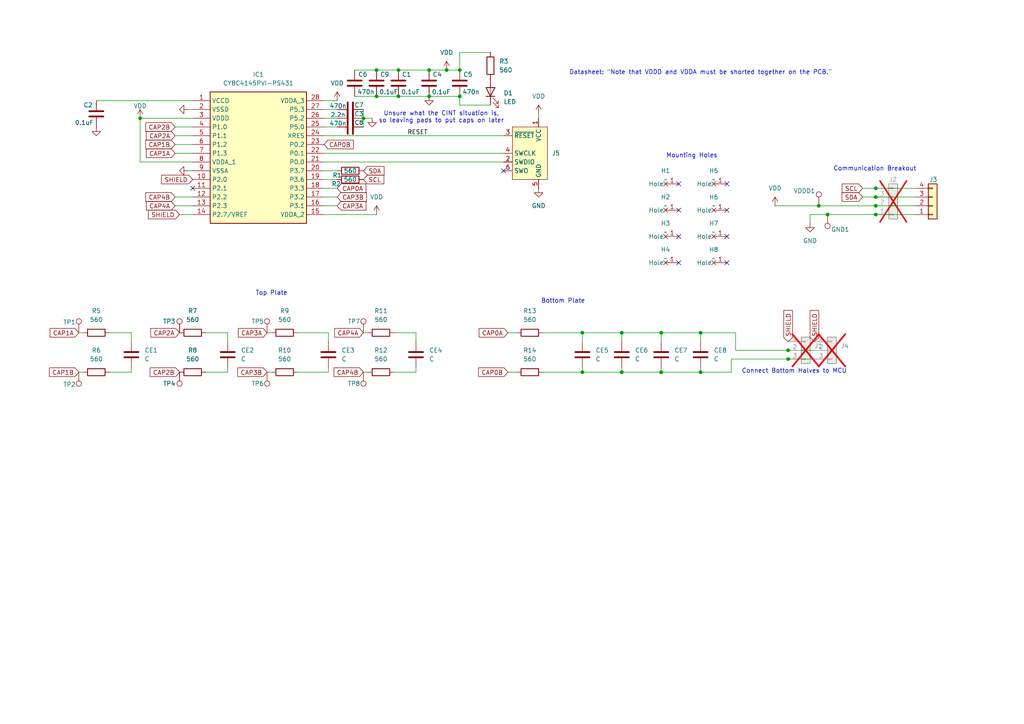
<source format=kicad_sch>
(kicad_sch (version 20250114) (generator "eeschema") (generator_version "9.0")
  (paper "A4")
  (lib_symbols
    (symbol "CY8C4145PVI-PS431:CY8C4145PVI-PS431"
      (property "Reference" "IC" (at 34.29 7.62 0))
      (property "Value" "CY8C4145PVI-PS431" (at 34.29 5.08 0))
      (symbol "CY8C4145PVI-PS431_1_1"
        (rectangle (start 5.08 2.54) (end 33.02 -35.56) (stroke (width 0.254)) (fill (type background)))
        (pin passive line (at 0 0 0) (length 5.08) (name "VCCD") (number "1"))
        (pin passive line (at 0 -2.54 0) (length 5.08) (name "VSSD") (number "2"))
        (pin passive line (at 0 -5.08 0) (length 5.08) (name "VDDD") (number "3"))
        (pin passive line (at 0 -7.62 0) (length 5.08) (name "P1.0") (number "4"))
        (pin passive line (at 0 -10.16 0) (length 5.08) (name "P1.1") (number "5"))
        (pin passive line (at 0 -12.7 0) (length 5.08) (name "P1.2") (number "6"))
        (pin passive line (at 0 -15.24 0) (length 5.08) (name "P1.3") (number "7"))
        (pin passive line (at 0 -17.78 0) (length 5.08) (name "VDDA_1") (number "8"))
        (pin passive line (at 0 -20.32 0) (length 5.08) (name "VSSA") (number "9"))
        (pin passive line (at 0 -22.86 0) (length 5.08) (name "P2.0") (number "10"))
        (pin passive line (at 0 -25.4 0) (length 5.08) (name "P2.1") (number "11"))
        (pin passive line (at 0 -27.94 0) (length 5.08) (name "P2.2") (number "12"))
        (pin passive line (at 0 -30.48 0) (length 5.08) (name "P2.3") (number "13"))
        (pin passive line (at 0 -33.02 0) (length 5.08) (name "P2.7/VREF") (number "14"))
        (pin passive line (at 38.1 0 180) (length 5.08) (name "VDDA_3") (number "28"))
        (pin passive line (at 38.1 -2.54 180) (length 5.08) (name "P5.3") (number "27"))
        (pin passive line (at 38.1 -5.08 180) (length 5.08) (name "P5.2") (number "26"))
        (pin passive line (at 38.1 -7.62 180) (length 5.08) (name "P5.0") (number "25"))
        (pin passive line (at 38.1 -10.16 180) (length 5.08) (name "XRES") (number "24"))
        (pin passive line (at 38.1 -12.7 180) (length 5.08) (name "P0.2") (number "23"))
        (pin passive line (at 38.1 -15.24 180) (length 5.08) (name "P0.1") (number "22"))
        (pin passive line (at 38.1 -17.78 180) (length 5.08) (name "P0.0") (number "21"))
        (pin passive line (at 38.1 -20.32 180) (length 5.08) (name "P3.7") (number "20"))
        (pin passive line (at 38.1 -22.86 180) (length 5.08) (name "P3.6") (number "19"))
        (pin passive line (at 38.1 -25.4 180) (length 5.08) (name "P3.3") (number "18"))
        (pin passive line (at 38.1 -27.94 180) (length 5.08) (name "P3.2") (number "17"))
        (pin passive line (at 38.1 -30.48 180) (length 5.08) (name "P3.1") (number "16"))
        (pin passive line (at 38.1 -33.02 180) (length 5.08) (name "VDDA_2") (number "15"))
      )
    )
    (symbol "Connector:Conn_ARM_SWD_TagConnect_TC2030-NL" (in_bom no)
      (property "Reference" "J" (at 2.54 11.43 0))
      (property "Value" "Conn_ARM_SWD_TagConnect_TC2030-NL" (at 2.54 8.89 0))
      (symbol "Conn_ARM_SWD_TagConnect_TC2030-NL_0_0"
        (pin power_in line (at -2.54 10.16 270) (length 2.54) (name "VCC") (number "1"))
        (pin power_in line (at -2.54 -10.16 90) (length 2.54) (name "GND") (number "5"))
        (pin open_collector line (at 7.62 5.08 180) (length 2.54) (name "~{RESET}") (number "3"))
        (pin output line (at 7.62 0 180) (length 2.54) (name "SWCLK") (number "4"))
        (pin bidirectional line (at 7.62 -2.54 180) (length 2.54) (name "SWDIO") (number "2"))
        (pin input line (at 7.62 -5.08 180) (length 2.54) (name "SWO") (number "6"))
      )
      (symbol "Conn_ARM_SWD_TagConnect_TC2030-NL_0_1"
        (rectangle (start -5.08 7.62) (end 5.08 -7.62) (fill (type background)))
      )
    )
    (symbol "Connector:TestPoint" (pin_numbers (hide yes)) (pin_names (offset 0.762) (hide yes))
      (property "Reference" "TP" (at 0 6.858 0))
      (property "Value" "TestPoint" (at 0 5.08 0))
      (symbol "TestPoint_0_1"
        (circle (center 0 3.302) (radius 0.762))
      )
      (symbol "TestPoint_1_1"
        (pin passive line (at 0 0 90) (length 2.54) (name "1") (number "1"))
      )
    )
    (symbol "Connector_Generic:Conn_01x03" (pin_names (offset 1.016) (hide yes))
      (property "Reference" "J" (at 0 5.08 0))
      (property "Value" "Conn_01x03" (at 0 -5.08 0))
      (symbol "Conn_01x03_1_1"
        (rectangle (start -1.27 3.81) (end 1.27 -3.81) (stroke (width 0.254)) (fill (type background)))
        (rectangle (start -1.27 2.667) (end 0 2.413) (stroke (width 0.1524)))
        (rectangle (start -1.27 0.127) (end 0 -0.127) (stroke (width 0.1524)))
        (rectangle (start -1.27 -2.413) (end 0 -2.667) (stroke (width 0.1524)))
        (pin passive line (at -5.08 2.54 0) (length 3.81) (name "Pin_1") (number "1"))
        (pin passive line (at -5.08 0 0) (length 3.81) (name "Pin_2") (number "2"))
        (pin passive line (at -5.08 -2.54 0) (length 3.81) (name "Pin_3") (number "3"))
      )
    )
    (symbol "Connector_Generic:Conn_01x04" (pin_names (offset 1.016) (hide yes))
      (property "Reference" "J" (at 0 5.08 0))
      (property "Value" "Conn_01x04" (at 0 -7.62 0))
      (symbol "Conn_01x04_1_1"
        (rectangle (start -1.27 3.81) (end 1.27 -6.35) (stroke (width 0.254)) (fill (type background)))
        (rectangle (start -1.27 2.667) (end 0 2.413) (stroke (width 0.1524)))
        (rectangle (start -1.27 0.127) (end 0 -0.127) (stroke (width 0.1524)))
        (rectangle (start -1.27 -2.413) (end 0 -2.667) (stroke (width 0.1524)))
        (rectangle (start -1.27 -4.953) (end 0 -5.207) (stroke (width 0.1524)))
        (pin passive line (at -5.08 2.54 0) (length 3.81) (name "Pin_1") (number "1"))
        (pin passive line (at -5.08 0 0) (length 3.81) (name "Pin_2") (number "2"))
        (pin passive line (at -5.08 -2.54 0) (length 3.81) (name "Pin_3") (number "3"))
        (pin passive line (at -5.08 -5.08 0) (length 3.81) (name "Pin_4") (number "4"))
      )
    )
    (symbol "Device:C" (pin_numbers (hide yes)) (pin_names (offset 0.254))
      (property "Reference" "C" (at 0.635 2.54 0))
      (property "Value" "C" (at 0.635 -2.54 0))
      (symbol "C_0_1"
        (polyline (pts (xy -2.032 0.762) (xy 2.032 0.762)) (stroke (width 0.508)))
        (polyline (pts (xy -2.032 -0.762) (xy 2.032 -0.762)) (stroke (width 0.508)))
      )
      (symbol "C_1_1"
        (pin passive line (at 0 3.81 270) (length 2.794) (name "~") (number "1"))
        (pin passive line (at 0 -3.81 90) (length 2.794) (name "~") (number "2"))
      )
    )
    (symbol "Device:LED" (pin_numbers (hide yes)) (pin_names (offset 1.016) (hide yes))
      (property "Reference" "D" (at 0 2.54 0))
      (property "Value" "LED" (at 0 -2.54 0))
      (symbol "LED_0_1"
        (polyline (pts (xy -3.048 -0.762) (xy -4.572 -2.286) (xy -3.81 -2.286) (xy -4.572 -2.286) (xy -4.572 -1.524)))
        (polyline (pts (xy -1.778 -0.762) (xy -3.302 -2.286) (xy -2.54 -2.286) (xy -3.302 -2.286) (xy -3.302 -1.524)))
        (polyline (pts (xy -1.27 0) (xy 1.27 0)))
        (polyline (pts (xy -1.27 -1.27) (xy -1.27 1.27)) (stroke (width 0.254)))
        (polyline (pts (xy 1.27 -1.27) (xy 1.27 1.27) (xy -1.27 0) (xy 1.27 -1.27)) (stroke (width 0.254)))
      )
      (symbol "LED_1_1"
        (pin passive line (at -3.81 0 0) (length 2.54) (name "K") (number "1"))
        (pin passive line (at 3.81 0 180) (length 2.54) (name "A") (number "2"))
      )
    )
    (symbol "Device:R" (pin_numbers (hide yes)) (pin_names (offset 0))
      (property "Reference" "R" (at 2.032 0 90))
      (property "Value" "R" (at 0 0 90))
      (symbol "R_0_1"
        (rectangle (start -1.016 -2.54) (end 1.016 2.54) (stroke (width 0.254)))
      )
      (symbol "R_1_1"
        (pin passive line (at 0 3.81 270) (length 1.27) (name "~") (number "1"))
        (pin passive line (at 0 -3.81 90) (length 1.27) (name "~") (number "2"))
      )
    )
    (symbol "ECE445L:C" (pin_numbers (hide yes)) (pin_names (offset 0.254))
      (property "Reference" "C" (at 0.635 2.54 0))
      (property "Value" "C" (at 0.635 -2.54 0))
      (symbol "C_0_1"
        (polyline (pts (xy -2.032 0.762) (xy 2.032 0.762)) (stroke (width 0.508)))
        (polyline (pts (xy -2.032 -0.762) (xy 2.032 -0.762)) (stroke (width 0.508)))
      )
      (symbol "C_1_1"
        (pin passive line (at 0 3.81 270) (length 2.794) (name "~") (number "1"))
        (pin passive line (at 0 -3.81 90) (length 2.794) (name "~") (number "2"))
      )
    )
    (symbol "ECE445L:MountingHole"
      (property "Reference" "H" (at 0 0 0))
      (symbol "MountingHole_1_1"
        (pin power_in non_logic (at 0 0 180) (length 3.81) (name "Hole") (number "1"))
      )
    )
    (symbol "power:GND" (power) (pin_numbers (hide yes)) (pin_names (offset 0) (hide yes))
      (property "Value" "GND" (at 0 -3.81 0))
      (symbol "GND_0_1"
        (polyline (pts (xy 0 0) (xy 0 -1.27) (xy 1.27 -1.27) (xy 0 -2.54) (xy -1.27 -1.27) (xy 0 -1.27)))
      )
      (symbol "GND_1_1"
        (pin power_in line (at 0 0 270) (length 0) (name "~") (number "1"))
      )
    )
    (symbol "power:VDD" (power) (pin_numbers (hide yes)) (pin_names (offset 0) (hide yes))
      (property "Value" "VDD" (at 0 3.556 0))
      (symbol "VDD_0_1"
        (polyline (pts (xy -0.762 1.27) (xy 0 2.54)))
        (polyline (pts (xy 0 2.54) (xy 0.762 1.27)))
        (polyline (pts (xy 0 0) (xy 0 2.54)))
      )
      (symbol "VDD_1_1"
        (pin power_in line (at 0 0 90) (length 0) (name "~") (number "1"))
      )
    )
  )
  (text "Datasheet: \"Note that VDDD and VDDA must be shorted together on the PCB.\"" (at 203.2 21.082 0) (effects (font (size 1.27 1.27))))
  (text "Top Plate" (at 78.74 85.09 0) (effects (font (size 1.27 1.27))))
  (text "Mounting Holes" (at 200.66 45.212 0) (effects (font (size 1.27 1.27))))
  (text "Unsure what the CINT situation is,\nso leaving pads to put caps on later" (at 128.016 34.036 0) (effects (font (size 1.27 1.27))))
  (text "Bottom Plate" (at 163.322 87.376 0) (effects (font (size 1.27 1.27))))
  (text "Communication Breakout\n" (at 253.746 49.022 0) (effects (font (size 1.27 1.27))))
  (text "Connect Bottom Halves to MCU\n" (at 230.378 107.696 0) (effects (font (size 1.27 1.27))))
  (junction (at 168.91 107.95))
  (junction (at 254 57.15))
  (junction (at 180.34 96.52))
  (junction (at 191.77 96.52))
  (junction (at 168.91 96.52))
  (junction (at 203.2 107.95))
  (junction (at 40.64 34.29))
  (junction (at 191.77 107.95))
  (junction (at 109.22 20.32))
  (junction (at 105.41 34.29))
  (junction (at 254 62.23))
  (junction (at 254 54.61))
  (junction (at 115.57 27.94))
  (junction (at 129.54 20.32))
  (junction (at 228.6 104.14))
  (junction (at 203.2 96.52))
  (junction (at 124.46 20.32))
  (junction (at 133.35 20.32))
  (junction (at 240.03 62.23))
  (junction (at 124.46 27.94))
  (junction (at 254 59.69))
  (junction (at 228.6 101.6))
  (junction (at 133.35 27.94))
  (junction (at 237.49 59.69))
  (junction (at 109.22 27.94))
  (junction (at 180.34 107.95))
  (junction (at 115.57 20.32))
  (no_connect (at 210.82 53.34))
  (no_connect (at 196.85 76.2))
  (no_connect (at 210.82 68.58))
  (no_connect (at 210.82 76.2))
  (no_connect (at 196.85 68.58))
  (no_connect (at 55.88 54.61))
  (no_connect (at 196.85 53.34))
  (no_connect (at 146.05 49.53))
  (no_connect (at 196.85 60.96))
  (no_connect (at 210.82 60.96))
  (wire (pts (xy 228.6 104.14) (xy 236.22 104.14)))
  (wire (pts (xy 66.04 96.52) (xy 66.04 99.06)))
  (wire (pts (xy 237.49 59.69) (xy 254 59.69)))
  (wire (pts (xy 24.13 96.52) (xy 22.86 96.52)))
  (wire (pts (xy 212.09 104.14) (xy 212.09 107.95)))
  (wire (pts (xy 254 59.69) (xy 265.43 59.69)))
  (wire (pts (xy 93.98 31.75) (xy 97.79 31.75)))
  (wire (pts (xy 213.36 101.6) (xy 213.36 96.52)))
  (wire (pts (xy 105.41 96.52) (xy 106.68 96.52)))
  (wire (pts (xy 93.98 62.23) (xy 109.22 62.23)))
  (wire (pts (xy 254 54.61) (xy 265.43 54.61)))
  (wire (pts (xy 106.68 107.95) (xy 105.41 107.95)))
  (wire (pts (xy 50.8 59.69) (xy 55.88 59.69)))
  (wire (pts (xy 133.35 30.48) (xy 133.35 27.94)))
  (wire (pts (xy 59.69 107.95) (xy 66.04 107.95)))
  (wire (pts (xy 228.6 101.6) (xy 236.22 101.6)))
  (wire (pts (xy 86.36 96.52) (xy 95.25 96.52)))
  (wire (pts (xy 93.98 59.69) (xy 97.79 59.69)))
  (wire (pts (xy 180.34 106.68) (xy 180.34 107.95)))
  (wire (pts (xy 86.36 107.95) (xy 95.25 107.95)))
  (wire (pts (xy 120.65 96.52) (xy 120.65 99.06)))
  (wire (pts (xy 142.24 15.24) (xy 133.35 15.24)))
  (wire (pts (xy 54.61 49.53) (xy 55.88 49.53)))
  (wire (pts (xy 93.98 34.29) (xy 97.79 34.29)))
  (wire (pts (xy 114.3 107.95) (xy 120.65 107.95)))
  (wire (pts (xy 40.64 34.29) (xy 55.88 34.29)))
  (wire (pts (xy 93.98 39.37) (xy 146.05 39.37)))
  (wire (pts (xy 191.77 107.95) (xy 203.2 107.95)))
  (wire (pts (xy 22.86 107.95) (xy 24.13 107.95)))
  (wire (pts (xy 129.54 20.32) (xy 133.35 20.32)))
  (wire (pts (xy 40.64 34.29) (xy 40.64 46.99)))
  (wire (pts (xy 38.1 107.95) (xy 38.1 106.68)))
  (wire (pts (xy 93.98 29.21) (xy 97.79 29.21)))
  (wire (pts (xy 93.98 44.45) (xy 146.05 44.45)))
  (wire (pts (xy 54.61 31.75) (xy 55.88 31.75)))
  (wire (pts (xy 115.57 20.32) (xy 124.46 20.32)))
  (wire (pts (xy 212.09 104.14) (xy 228.6 104.14)))
  (wire (pts (xy 168.91 107.95) (xy 168.91 106.68)))
  (wire (pts (xy 77.47 96.52) (xy 78.74 96.52)))
  (wire (pts (xy 250.19 57.15) (xy 254 57.15)))
  (wire (pts (xy 191.77 96.52) (xy 203.2 96.52)))
  (wire (pts (xy 234.95 62.23) (xy 240.03 62.23)))
  (wire (pts (xy 95.25 107.95) (xy 95.25 106.68)))
  (wire (pts (xy 203.2 96.52) (xy 203.2 99.06)))
  (wire (pts (xy 50.8 39.37) (xy 55.88 39.37)))
  (wire (pts (xy 156.21 33.02) (xy 156.21 34.29)))
  (wire (pts (xy 93.98 46.99) (xy 146.05 46.99)))
  (wire (pts (xy 52.07 62.23) (xy 55.88 62.23)))
  (wire (pts (xy 93.98 52.07) (xy 97.79 52.07)))
  (wire (pts (xy 129.54 20.32) (xy 124.46 20.32)))
  (wire (pts (xy 224.79 59.69) (xy 237.49 59.69)))
  (wire (pts (xy 147.32 96.52) (xy 149.86 96.52)))
  (wire (pts (xy 93.98 57.15) (xy 97.79 57.15)))
  (wire (pts (xy 240.03 62.23) (xy 254 62.23)))
  (wire (pts (xy 234.95 62.23) (xy 234.95 64.77)))
  (wire (pts (xy 133.35 15.24) (xy 133.35 20.32)))
  (wire (pts (xy 168.91 107.95) (xy 180.34 107.95)))
  (wire (pts (xy 180.34 96.52) (xy 191.77 96.52)))
  (wire (pts (xy 31.75 96.52) (xy 38.1 96.52)))
  (wire (pts (xy 142.24 30.48) (xy 133.35 30.48)))
  (wire (pts (xy 180.34 107.95) (xy 191.77 107.95)))
  (wire (pts (xy 168.91 96.52) (xy 180.34 96.52)))
  (wire (pts (xy 212.09 107.95) (xy 203.2 107.95)))
  (wire (pts (xy 157.48 96.52) (xy 168.91 96.52)))
  (wire (pts (xy 50.8 41.91) (xy 55.88 41.91)))
  (wire (pts (xy 147.32 107.95) (xy 149.86 107.95)))
  (wire (pts (xy 115.57 27.94) (xy 124.46 27.94)))
  (wire (pts (xy 114.3 96.52) (xy 120.65 96.52)))
  (wire (pts (xy 180.34 96.52) (xy 180.34 99.06)))
  (wire (pts (xy 120.65 107.95) (xy 120.65 106.68)))
  (wire (pts (xy 38.1 96.52) (xy 38.1 99.06)))
  (wire (pts (xy 105.41 34.29) (xy 105.41 36.83)))
  (wire (pts (xy 157.48 107.95) (xy 168.91 107.95)))
  (wire (pts (xy 250.19 54.61) (xy 254 54.61)))
  (wire (pts (xy 191.77 106.68) (xy 191.77 107.95)))
  (wire (pts (xy 254 57.15) (xy 265.43 57.15)))
  (wire (pts (xy 102.87 20.32) (xy 109.22 20.32)))
  (wire (pts (xy 59.69 96.52) (xy 66.04 96.52)))
  (wire (pts (xy 93.98 54.61) (xy 97.79 54.61)))
  (wire (pts (xy 95.25 96.52) (xy 95.25 99.06)))
  (wire (pts (xy 203.2 107.95) (xy 203.2 106.68)))
  (wire (pts (xy 105.41 34.29) (xy 107.95 34.29)))
  (wire (pts (xy 102.87 27.94) (xy 109.22 27.94)))
  (wire (pts (xy 50.8 57.15) (xy 55.88 57.15)))
  (wire (pts (xy 97.79 36.83) (xy 93.98 36.83)))
  (wire (pts (xy 213.36 101.6) (xy 228.6 101.6)))
  (wire (pts (xy 66.04 107.95) (xy 66.04 106.68)))
  (wire (pts (xy 93.98 49.53) (xy 97.79 49.53)))
  (wire (pts (xy 27.94 29.21) (xy 55.88 29.21)))
  (wire (pts (xy 77.47 107.95) (xy 78.74 107.95)))
  (wire (pts (xy 168.91 96.52) (xy 168.91 99.06)))
  (wire (pts (xy 191.77 96.52) (xy 191.77 99.06)))
  (wire (pts (xy 109.22 20.32) (xy 115.57 20.32)))
  (wire (pts (xy 109.22 27.94) (xy 115.57 27.94)))
  (wire (pts (xy 124.46 27.94) (xy 133.35 27.94)))
  (wire (pts (xy 254 62.23) (xy 265.43 62.23)))
  (wire (pts (xy 105.41 31.75) (xy 105.41 34.29)))
  (wire (pts (xy 31.75 107.95) (xy 38.1 107.95)))
  (wire (pts (xy 40.64 46.99) (xy 55.88 46.99)))
  (wire (pts (xy 213.36 96.52) (xy 203.2 96.52)))
  (wire (pts (xy 50.8 44.45) (xy 55.88 44.45)))
  (wire (pts (xy 50.8 36.83) (xy 55.88 36.83)))
  (label "RESET" (at 118.11 39.37 0))
  (global_label "CAP0B" (shape input) (at 93.98 41.91 0) (property "Intersheetrefs" "${INTERSHEET_REFS}" (effects (hide yes))))
  (global_label "CAP2A" (shape input) (at 52.07 96.52 180) (property "Intersheetrefs" "${INTERSHEET_REFS}" (effects (hide yes))))
  (global_label "CAP1B" (shape input) (at 50.8 41.91 180) (property "Intersheetrefs" "${INTERSHEET_REFS}" (effects (hide yes))))
  (global_label "CAP3B" (shape input) (at 77.47 107.95 180) (property "Intersheetrefs" "${INTERSHEET_REFS}" (effects (hide yes))))
  (global_label "CAP4A" (shape input) (at 105.41 96.52 180) (property "Intersheetrefs" "${INTERSHEET_REFS}" (effects (hide yes))))
  (global_label "CAP0B" (shape input) (at 147.32 107.95 180) (property "Intersheetrefs" "${INTERSHEET_REFS}" (effects (hide yes))))
  (global_label "CAP4A" (shape input) (at 50.8 59.69 180) (property "Intersheetrefs" "${INTERSHEET_REFS}" (effects (hide yes))))
  (global_label "CAP2B" (shape input) (at 52.07 107.95 180) (property "Intersheetrefs" "${INTERSHEET_REFS}" (effects (hide yes))))
  (global_label "SDA" (shape input) (at 105.41 49.53 0) (property "Intersheetrefs" "${INTERSHEET_REFS}" (effects (hide yes))))
  (global_label "SDA" (shape input) (at 250.19 57.15 180) (property "Intersheetrefs" "${INTERSHEET_REFS}" (effects (hide yes))))
  (global_label "SHIELD" (shape input) (at 228.6 99.06 90) (property "Intersheetrefs" "${INTERSHEET_REFS}" (effects (hide yes))))
  (global_label "SCL" (shape input) (at 105.41 52.07 0) (property "Intersheetrefs" "${INTERSHEET_REFS}" (effects (hide yes))))
  (global_label "CAP1B" (shape input) (at 22.86 107.95 180) (property "Intersheetrefs" "${INTERSHEET_REFS}" (effects (hide yes))))
  (global_label "SHIELD" (shape input) (at 55.88 52.07 180) (property "Intersheetrefs" "${INTERSHEET_REFS}" (effects (hide yes))))
  (global_label "CAP1A" (shape input) (at 22.86 96.52 180) (property "Intersheetrefs" "${INTERSHEET_REFS}" (effects (hide yes))))
  (global_label "CAP0A" (shape input) (at 97.79 54.61 0) (property "Intersheetrefs" "${INTERSHEET_REFS}" (effects (hide yes))))
  (global_label "CAP4B" (shape input) (at 50.8 57.15 180) (property "Intersheetrefs" "${INTERSHEET_REFS}" (effects (hide yes))))
  (global_label "CAP2A" (shape input) (at 50.8 39.37 180) (property "Intersheetrefs" "${INTERSHEET_REFS}" (effects (hide yes))))
  (global_label "CAP3A" (shape input) (at 97.79 59.69 0) (property "Intersheetrefs" "${INTERSHEET_REFS}" (effects (hide yes))))
  (global_label "CAP1A" (shape input) (at 50.8 44.45 180) (property "Intersheetrefs" "${INTERSHEET_REFS}" (effects (hide yes))))
  (global_label "CAP3A" (shape input) (at 77.47 96.52 180) (property "Intersheetrefs" "${INTERSHEET_REFS}" (effects (hide yes))))
  (global_label "SCL" (shape input) (at 250.19 54.61 180) (property "Intersheetrefs" "${INTERSHEET_REFS}" (effects (hide yes))))
  (global_label "CAP3B" (shape input) (at 97.79 57.15 0) (property "Intersheetrefs" "${INTERSHEET_REFS}" (effects (hide yes))))
  (global_label "CAP2B" (shape input) (at 50.8 36.83 180) (property "Intersheetrefs" "${INTERSHEET_REFS}" (effects (hide yes))))
  (global_label "CAP0A" (shape input) (at 147.32 96.52 180) (property "Intersheetrefs" "${INTERSHEET_REFS}" (effects (hide yes))))
  (global_label "SHIELD" (shape input) (at 52.07 62.23 180) (property "Intersheetrefs" "${INTERSHEET_REFS}" (effects (hide yes))))
  (global_label "SHIELD" (shape input) (at 236.22 99.06 90) (property "Intersheetrefs" "${INTERSHEET_REFS}" (effects (hide yes))))
  (global_label "CAP4B" (shape input) (at 105.41 107.95 180) (property "Intersheetrefs" "${INTERSHEET_REFS}" (effects (hide yes))))
  (symbol (lib_id "Connector:TestPoint") (at 22.86 107.95 180) (unit 1)
    (property "Reference" "TP2" (at 18.288 111.506 0) (effects (justify right)))
    (property "Value" "TestPoint" (effects (hide yes)))
    (property "Footprint" "TestPoint:TestPoint_THTPad_D1.0mm_Drill0.5mm" (effects (hide yes)))
    (property "Description" "test point" (effects (hide yes)))
  )
  (symbol (lib_id "Device:C") (at 101.6 31.75 90) (unit 1)
    (property "Reference" "C7" (at 104.14 30.48 90))
    (property "Value" "470n" (at 98.044 30.734 90))
    (property "Footprint" "Capacitor_SMD:C_0603_1608Metric_Pad1.08x0.95mm_HandSolder" (effects (hide yes)))
    (property "Description" "Unpolarized capacitor" (effects (hide yes)))
  )
  (symbol (lib_id "Device:R") (at 101.6 49.53 90) (unit 1)
    (property "Reference" "R1" (at 97.79 50.8 90))
    (property "Value" "560" (at 101.6 49.53 90))
    (property "Footprint" "Resistor_SMD:R_0603_1608Metric_Pad0.98x0.95mm_HandSolder" (effects (hide yes)))
    (property "Description" "Resistor" (effects (hide yes)))
  )
  (symbol (lib_id "ECE445L:C") (at 38.1 102.87 0) (unit 1)
    (property "Reference" "CE1" (at 41.91 101.5999 0) (effects (justify left)))
    (property "Value" "C" (at 41.91 104.1399 0) (effects (justify left)))
    (property "Footprint" "ECE382N:07W_02S_52D_COIL_BACK" (effects (hide yes)))
    (property "Description" "Unpolarized capacitor" (effects (hide yes)))
  )
  (symbol (lib_id "power:VDD") (at 129.54 20.32 0) (unit 1)
    (property "Reference" "#PWR05" (effects (hide yes)))
    (property "Value" "VDD" (at 129.54 15.24 0))
    (property "Description" "Power symbol creates a global label with name \"VDD\"" (effects (hide yes)))
  )
  (symbol (lib_id "ECE445L:C") (at 115.57 24.13 0) (unit 1)
    (property "Reference" "C1" (at 116.586 21.59 0) (effects (justify left)))
    (property "Value" "0.1uF" (at 116.332 26.67 0) (effects (justify left)))
    (property "Footprint" "Capacitor_SMD:C_0603_1608Metric_Pad1.08x0.95mm_HandSolder" (effects (hide yes)))
    (property "Description" "Unpolarized capacitor" (effects (hide yes)))
  )
  (symbol (lib_id "Connector:TestPoint") (at 240.03 62.23 180) (unit 1)
    (property "Reference" "GND1" (at 241.046 66.548 0) (effects (justify right)))
    (property "Value" "TestPoint" (effects (hide yes)))
    (property "Footprint" "TestPoint:TestPoint_THTPad_D1.0mm_Drill0.5mm" (effects (hide yes)))
    (property "Description" "test point" (effects (hide yes)))
  )
  (symbol (lib_id "power:GND") (at 27.94 36.83 0) (unit 1)
    (property "Reference" "#PWR0109" (effects (hide yes)))
    (property "Value" "GND" (effects (hide yes)))
    (property "Description" "Power symbol creates a global label with name \"GND\" , ground" (effects (hide yes)))
  )
  (symbol (lib_id "Connector:TestPoint") (at 52.07 107.95 180) (unit 1)
    (property "Reference" "TP4" (at 47.244 111.252 0) (effects (justify right)))
    (property "Value" "TestPoint" (effects (hide yes)))
    (property "Footprint" "TestPoint:TestPoint_THTPad_D1.0mm_Drill0.5mm" (effects (hide yes)))
    (property "Description" "test point" (effects (hide yes)))
  )
  (symbol (lib_id "Device:R") (at 27.94 107.95 90) (unit 1)
    (property "Reference" "R6" (at 27.94 101.6 90))
    (property "Value" "560" (at 27.94 104.14 90))
    (property "Footprint" "Resistor_SMD:R_0603_1608Metric_Pad0.98x0.95mm_HandSolder" (effects (hide yes)))
    (property "Description" "Resistor" (effects (hide yes)))
  )
  (symbol (lib_id "ECE445L:MountingHole") (at 196.85 68.58 0) (unit 1)
    (property "Reference" "H3" (at 193.04 64.77 0))
    (property "Value" "~" (at 193.04 67.31 0))
    (property "Footprint" "MountingHole:MountingHole_3.2mm_M3_Pad" (effects (hide yes)))
    (property "Description" "Drill hole for 4-40 screw" (effects (hide yes)))
  )
  (symbol (lib_id "Device:R") (at 110.49 107.95 90) (unit 1)
    (property "Reference" "R12" (at 110.49 101.6 90))
    (property "Value" "560" (at 110.49 104.14 90))
    (property "Footprint" "Resistor_SMD:R_0603_1608Metric_Pad0.98x0.95mm_HandSolder" (effects (hide yes)))
    (property "Description" "Resistor" (effects (hide yes)))
  )
  (symbol (lib_id "ECE445L:C") (at 191.77 102.87 0) (unit 1)
    (property "Reference" "CE7" (at 195.58 101.5999 0) (effects (justify left)))
    (property "Value" "C" (at 195.58 104.1399 0) (effects (justify left)))
    (property "Footprint" "ECE382N:07W_02S_52D_COIL_FRONT" (effects (hide yes)))
    (property "Description" "Unpolarized capacitor" (effects (hide yes)))
  )
  (symbol (lib_id "power:GND") (at 54.61 31.75 270) (unit 1)
    (property "Reference" "#PWR0110" (effects (hide yes)))
    (property "Value" "GND" (effects (hide yes)))
    (property "Description" "Power symbol creates a global label with name \"GND\" , ground" (effects (hide yes)))
  )
  (symbol (lib_id "Device:C") (at 101.6 34.29 90) (unit 1)
    (property "Reference" "C3" (at 104.14 33.02 90))
    (property "Value" "2.2n" (at 98.044 33.274 90))
    (property "Footprint" "Capacitor_SMD:C_0603_1608Metric_Pad1.08x0.95mm_HandSolder" (effects (hide yes)))
    (property "Description" "Unpolarized capacitor" (effects (hide yes)))
  )
  (symbol (lib_id "ECE445L:C") (at 133.35 24.13 0) (unit 1)
    (property "Reference" "C5" (at 134.366 21.59 0) (effects (justify left)))
    (property "Value" "470n" (at 134.112 26.67 0) (effects (justify left)))
    (property "Footprint" "Capacitor_SMD:C_0603_1608Metric_Pad1.08x0.95mm_HandSolder" (effects (hide yes)))
    (property "Description" "Unpolarized capacitor" (effects (hide yes)))
  )
  (symbol (lib_id "power:VDD") (at 224.79 59.69 0) (unit 1)
    (property "Reference" "#PWR01" (effects (hide yes)))
    (property "Value" "VDD" (at 224.79 54.61 0))
    (property "Description" "Power symbol creates a global label with name \"VDD\"" (effects (hide yes)))
  )
  (symbol (lib_id "power:VDD") (at 156.21 33.02 0) (unit 1)
    (property "Reference" "#PWR06" (effects (hide yes)))
    (property "Value" "VDD" (at 156.21 27.94 0))
    (property "Description" "Power symbol creates a global label with name \"VDD\"" (effects (hide yes)))
  )
  (symbol (lib_id "Connector:TestPoint") (at 77.47 96.52 0) (unit 1)
    (property "Reference" "TP5" (at 72.898 93.218 0) (effects (justify left)))
    (property "Value" "TestPoint" (effects (hide yes)))
    (property "Footprint" "TestPoint:TestPoint_THTPad_D1.0mm_Drill0.5mm" (effects (hide yes)))
    (property "Description" "test point" (effects (hide yes)))
  )
  (symbol (lib_id "Device:R") (at 82.55 107.95 90) (unit 1)
    (property "Reference" "R10" (at 82.55 101.6 90))
    (property "Value" "560" (at 82.55 104.14 90))
    (property "Footprint" "Resistor_SMD:R_0603_1608Metric_Pad0.98x0.95mm_HandSolder" (effects (hide yes)))
    (property "Description" "Resistor" (effects (hide yes)))
  )
  (symbol (lib_id "power:VDD") (at 97.79 29.21 0) (unit 1)
    (property "Reference" "#PWR03" (effects (hide yes)))
    (property "Value" "VDD" (at 97.79 24.13 0))
    (property "Description" "Power symbol creates a global label with name \"VDD\"" (effects (hide yes)))
  )
  (symbol (lib_id "power:GND") (at 107.95 34.29 0) (unit 1)
    (property "Reference" "#PWR0120" (effects (hide yes)))
    (property "Value" "GND" (effects (hide yes)))
    (property "Description" "Power symbol creates a global label with name \"GND\" , ground" (effects (hide yes)))
  )
  (symbol (lib_id "Connector_Generic:Conn_01x03") (at 233.68 101.6 0) (unit 1) (dnp yes)
    (property "Reference" "J1" (at 236.22 100.3299 0) (effects (justify left)))
    (property "Value" "Conn_01x03" (effects (hide yes)))
    (property "Footprint" "Connector_PinHeader_2.00mm:PinHeader_1x03_P2.00mm_Vertical" (effects (hide yes)))
    (property "Description" "Generic connector, single row, 01x03, script generated (kicad-library-utils/schlib/autogen/connector/)" (effects (hide yes)))
  )
  (symbol (lib_id "Connector:Conn_ARM_SWD_TagConnect_TC2030-NL") (at 153.67 44.45 0) (mirror y) (unit 1) (in_bom no)
    (property "Reference" "J5" (at 160.02 44.4499 0) (effects (justify right)))
    (property "Value" "Conn_ARM_SWD_TagConnect_TC2030-NL" (effects (hide yes)))
    (property "Footprint" "Connector:Tag-Connect_TC2030-IDC-NL_2x03_P1.27mm_Vertical" (effects (hide yes)))
    (property "Datasheet" "https://www.tag-connect.com/wp-content/uploads/bsk-pdf-manager/TC2030-CTX_1.pdf" (effects (hide yes)))
    (property "Description" "Tag-Connect ARM Cortex SWD JTAG connector, 6 pin, no legs" (effects (hide yes)))
  )
  (symbol (lib_id "ECE445L:C") (at 180.34 102.87 0) (unit 1)
    (property "Reference" "CE6" (at 184.15 101.5999 0) (effects (justify left)))
    (property "Value" "C" (at 184.15 104.1399 0) (effects (justify left)))
    (property "Footprint" "ECE382N:07W_02S_52D_COIL_FRONT" (effects (hide yes)))
    (property "Description" "Unpolarized capacitor" (effects (hide yes)))
  )
  (symbol (lib_id "ECE445L:C") (at 203.2 102.87 0) (unit 1)
    (property "Reference" "CE8" (at 207.01 101.5999 0) (effects (justify left)))
    (property "Value" "C" (at 207.01 104.1399 0) (effects (justify left)))
    (property "Footprint" "ECE382N:07W_02S_52D_COIL_FRONT" (effects (hide yes)))
    (property "Description" "Unpolarized capacitor" (effects (hide yes)))
  )
  (symbol (lib_id "power:VDD") (at 109.22 62.23 0) (unit 1)
    (property "Reference" "#PWR04" (effects (hide yes)))
    (property "Value" "VDD" (at 109.22 57.15 0))
    (property "Description" "Power symbol creates a global label with name \"VDD\"" (effects (hide yes)))
  )
  (symbol (lib_id "Connector:TestPoint") (at 52.07 96.52 0) (unit 1)
    (property "Reference" "TP3" (at 47.244 93.218 0) (effects (justify left)))
    (property "Value" "TestPoint" (effects (hide yes)))
    (property "Footprint" "TestPoint:TestPoint_THTPad_D1.0mm_Drill0.5mm" (effects (hide yes)))
    (property "Description" "test point" (effects (hide yes)))
  )
  (symbol (lib_id "ECE445L:MountingHole") (at 210.82 53.34 0) (unit 1)
    (property "Reference" "H5" (at 207.01 49.53 0))
    (property "Value" "~" (at 207.01 52.07 0))
    (property "Footprint" "MountingHole:MountingHole_3.2mm_M3_Pad" (effects (hide yes)))
    (property "Description" "Drill hole for 4-40 screw" (effects (hide yes)))
  )
  (symbol (lib_id "Connector:TestPoint") (at 105.41 107.95 180) (unit 1)
    (property "Reference" "TP8" (at 100.838 111.252 0) (effects (justify right)))
    (property "Value" "TestPoint" (effects (hide yes)))
    (property "Footprint" "TestPoint:TestPoint_THTPad_D1.0mm_Drill0.5mm" (effects (hide yes)))
    (property "Description" "test point" (effects (hide yes)))
  )
  (symbol (lib_id "power:GND") (at 54.61 49.53 270) (unit 1)
    (property "Reference" "#PWR0111" (effects (hide yes)))
    (property "Value" "GND" (effects (hide yes)))
    (property "Description" "Power symbol creates a global label with name \"GND\" , ground" (effects (hide yes)))
  )
  (symbol (lib_id "ECE445L:C") (at 124.46 24.13 0) (unit 1)
    (property "Reference" "C4" (at 125.476 21.59 0) (effects (justify left)))
    (property "Value" "0.1uF" (at 125.222 26.67 0) (effects (justify left)))
    (property "Footprint" "Capacitor_SMD:C_0603_1608Metric_Pad1.08x0.95mm_HandSolder" (effects (hide yes)))
    (property "Description" "Unpolarized capacitor" (effects (hide yes)))
  )
  (symbol (lib_id "Connector:TestPoint") (at 105.41 96.52 0) (unit 1)
    (property "Reference" "TP7" (at 100.838 93.218 0) (effects (justify left)))
    (property "Value" "TestPoint" (effects (hide yes)))
    (property "Footprint" "TestPoint:TestPoint_THTPad_D1.0mm_Drill0.5mm" (effects (hide yes)))
    (property "Description" "test point" (effects (hide yes)))
  )
  (symbol (lib_id "Device:LED") (at 142.24 26.67 90) (unit 1)
    (property "Reference" "D1" (at 146.05 26.9874 90) (effects (justify right)))
    (property "Value" "LED" (at 146.05 29.5274 90) (effects (justify right)))
    (property "Footprint" "LED_SMD:LED_0603_1608Metric" (effects (hide yes)))
    (property "Description" "Light emitting diode" (effects (hide yes)))
    (property "Sim.Pins" "1=K 2=A" (effects (hide yes)))
  )
  (symbol (lib_id "Connector:TestPoint") (at 77.47 107.95 180) (unit 1)
    (property "Reference" "TP6" (at 72.898 111.252 0) (effects (justify right)))
    (property "Value" "TestPoint" (effects (hide yes)))
    (property "Footprint" "TestPoint:TestPoint_THTPad_D1.0mm_Drill0.5mm" (effects (hide yes)))
    (property "Description" "test point" (effects (hide yes)))
  )
  (symbol (lib_id "power:VDD") (at 40.64 34.29 0) (unit 1)
    (property "Reference" "#PWR02" (effects (hide yes)))
    (property "Value" "VDD" (at 40.64 30.734 0))
    (property "Description" "Power symbol creates a global label with name \"VDD\"" (effects (hide yes)))
  )
  (symbol (lib_id "ECE445L:MountingHole") (at 196.85 76.2 0) (unit 1)
    (property "Reference" "H4" (at 193.04 72.39 0))
    (property "Value" "~" (at 193.04 74.93 0))
    (property "Footprint" "MountingHole:MountingHole_3.2mm_M3_Pad" (effects (hide yes)))
    (property "Description" "Drill hole for 4-40 screw" (effects (hide yes)))
  )
  (symbol (lib_id "Device:R") (at 153.67 107.95 90) (unit 1)
    (property "Reference" "R14" (at 153.67 101.6 90))
    (property "Value" "560" (at 153.67 104.14 90))
    (property "Footprint" "Resistor_SMD:R_0603_1608Metric_Pad0.98x0.95mm_HandSolder" (effects (hide yes)))
    (property "Description" "Resistor" (effects (hide yes)))
  )
  (symbol (lib_id "ECE445L:MountingHole") (at 210.82 68.58 0) (unit 1)
    (property "Reference" "H7" (at 207.01 64.77 0))
    (property "Value" "~" (at 207.01 67.31 0))
    (property "Footprint" "MountingHole:MountingHole_3.2mm_M3_Pad" (effects (hide yes)))
    (property "Description" "Drill hole for 4-40 screw" (effects (hide yes)))
  )
  (symbol (lib_id "Connector_Generic:Conn_01x04") (at 259.08 59.69 0) (mirror x) (unit 1) (dnp yes)
    (property "Reference" "J2" (at 257.81 52.07 0) (effects (justify left)))
    (property "Value" "Conn_01x04" (effects (hide yes)))
    (property "Footprint" "Connector_PinHeader_1.27mm:PinHeader_1x04_P1.27mm_Vertical" (effects (hide yes)))
    (property "Description" "Generic connector, single row, 01x04, script generated (kicad-library-utils/schlib/autogen/connector/)" (effects (hide yes)))
  )
  (symbol (lib_id "Device:R") (at 142.24 19.05 0) (unit 1)
    (property "Reference" "R3" (at 144.78 17.7799 0) (effects (justify left)))
    (property "Value" "560" (at 144.78 20.3199 0) (effects (justify left)))
    (property "Footprint" "Resistor_SMD:R_0603_1608Metric_Pad0.98x0.95mm_HandSolder" (effects (hide yes)))
    (property "Description" "Resistor" (effects (hide yes)))
  )
  (symbol (lib_id "Device:R") (at 55.88 107.95 90) (unit 1)
    (property "Reference" "R8" (at 55.88 101.6 90))
    (property "Value" "560" (at 55.88 104.14 90))
    (property "Footprint" "Resistor_SMD:R_0603_1608Metric_Pad0.98x0.95mm_HandSolder" (effects (hide yes)))
    (property "Description" "Resistor" (effects (hide yes)))
  )
  (symbol (lib_id "Connector_Generic:Conn_01x03") (at 241.3 101.6 0) (unit 1) (dnp yes)
    (property "Reference" "J4" (at 243.84 100.3299 0) (effects (justify left)))
    (property "Value" "Conn_01x03" (effects (hide yes)))
    (property "Footprint" "Connector_PinHeader_2.00mm:PinHeader_1x03_P2.00mm_Vertical" (effects (hide yes)))
    (property "Description" "Generic connector, single row, 01x03, script generated (kicad-library-utils/schlib/autogen/connector/)" (effects (hide yes)))
  )
  (symbol (lib_id "ECE445L:MountingHole") (at 210.82 76.2 0) (unit 1)
    (property "Reference" "H8" (at 207.01 72.39 0))
    (property "Value" "~" (at 207.01 74.93 0))
    (property "Footprint" "MountingHole:MountingHole_3.2mm_M3_Pad" (effects (hide yes)))
    (property "Description" "Drill hole for 4-40 screw" (effects (hide yes)))
  )
  (symbol (lib_id "ECE445L:C") (at 102.87 24.13 0) (unit 1)
    (property "Reference" "C6" (at 103.886 21.59 0) (effects (justify left)))
    (property "Value" "470n" (at 103.632 26.67 0) (effects (justify left)))
    (property "Footprint" "Capacitor_SMD:C_0603_1608Metric_Pad1.08x0.95mm_HandSolder" (effects (hide yes)))
    (property "Description" "Unpolarized capacitor" (effects (hide yes)))
  )
  (symbol (lib_id "Connector:TestPoint") (at 22.86 96.52 0) (unit 1)
    (property "Reference" "TP1" (at 18.288 93.472 0) (effects (justify left)))
    (property "Value" "TestPoint" (effects (hide yes)))
    (property "Footprint" "TestPoint:TestPoint_THTPad_D1.0mm_Drill0.5mm" (effects (hide yes)))
    (property "Description" "test point" (effects (hide yes)))
  )
  (symbol (lib_id "power:GND") (at 156.21 54.61 0) (unit 1)
    (property "Reference" "#PWR0117" (effects (hide yes)))
    (property "Value" "GND" (at 156.21 59.69 0))
    (property "Description" "Power symbol creates a global label with name \"GND\" , ground" (effects (hide yes)))
  )
  (symbol (lib_id "ECE445L:C") (at 120.65 102.87 0) (unit 1)
    (property "Reference" "CE4" (at 124.46 101.5999 0) (effects (justify left)))
    (property "Value" "C" (at 124.46 104.1399 0) (effects (justify left)))
    (property "Footprint" "ECE382N:07W_02S_52D_COIL_BACK" (effects (hide yes)))
    (property "Description" "Unpolarized capacitor" (effects (hide yes)))
  )
  (symbol (lib_id "Device:R") (at 82.55 96.52 90) (unit 1)
    (property "Reference" "R9" (at 82.55 90.17 90))
    (property "Value" "560" (at 82.55 92.71 90))
    (property "Footprint" "Resistor_SMD:R_0603_1608Metric_Pad0.98x0.95mm_HandSolder" (effects (hide yes)))
    (property "Description" "Resistor" (effects (hide yes)))
  )
  (symbol (lib_id "ECE445L:MountingHole") (at 196.85 60.96 0) (unit 1)
    (property "Reference" "H2" (at 193.04 57.15 0))
    (property "Value" "~" (at 193.04 59.69 0))
    (property "Footprint" "MountingHole:MountingHole_3.2mm_M3_Pad" (effects (hide yes)))
    (property "Description" "Drill hole for 4-40 screw" (effects (hide yes)))
  )
  (symbol (lib_id "ECE445L:MountingHole") (at 210.82 60.96 0) (unit 1)
    (property "Reference" "H6" (at 207.01 57.15 0))
    (property "Value" "~" (at 207.01 59.69 0))
    (property "Footprint" "MountingHole:MountingHole_3.2mm_M3_Pad" (effects (hide yes)))
    (property "Description" "Drill hole for 4-40 screw" (effects (hide yes)))
  )
  (symbol (lib_id "Device:R") (at 153.67 96.52 90) (unit 1)
    (property "Reference" "R13" (at 153.67 90.17 90))
    (property "Value" "560" (at 153.67 92.71 90))
    (property "Footprint" "Resistor_SMD:R_0603_1608Metric_Pad0.98x0.95mm_HandSolder" (effects (hide yes)))
    (property "Description" "Resistor" (effects (hide yes)))
  )
  (symbol (lib_id "ECE445L:C") (at 27.94 33.02 0) (mirror y) (unit 1)
    (property "Reference" "C2" (at 26.924 30.48 0) (effects (justify left)))
    (property "Value" "0.1uF" (at 27.178 35.56 0) (effects (justify left)))
    (property "Footprint" "Capacitor_SMD:C_0603_1608Metric_Pad1.08x0.95mm_HandSolder" (effects (hide yes)))
    (property "Description" "Unpolarized capacitor" (effects (hide yes)))
  )
  (symbol (lib_id "Device:R") (at 101.6 52.07 90) (unit 1)
    (property "Reference" "R2" (at 97.536 53.34 90))
    (property "Value" "560" (at 101.6 52.07 90))
    (property "Footprint" "Resistor_SMD:R_0603_1608Metric_Pad0.98x0.95mm_HandSolder" (effects (hide yes)))
    (property "Description" "Resistor" (effects (hide yes)))
  )
  (symbol (lib_id "ECE445L:MountingHole") (at 196.85 53.34 0) (unit 1)
    (property "Reference" "H1" (at 193.04 49.53 0))
    (property "Value" "~" (at 193.04 52.07 0))
    (property "Footprint" "MountingHole:MountingHole_3.2mm_M3_Pad" (effects (hide yes)))
    (property "Description" "Drill hole for 4-40 screw" (effects (hide yes)))
  )
  (symbol (lib_id "Connector_Generic:Conn_01x04") (at 270.51 59.69 0) (mirror x) (unit 1)
    (property "Reference" "J3" (at 269.494 52.07 0) (effects (justify left)))
    (property "Value" "Conn_01x04" (effects (hide yes)))
    (property "Footprint" "Connector_JST:JST_SH_SM04B-SRSS-TB_1x04-1MP_P1.00mm_Horizontal" (effects (hide yes)))
    (property "Description" "Generic connector, single row, 01x04, script generated (kicad-library-utils/schlib/autogen/connector/)" (effects (hide yes)))
  )
  (symbol (lib_id "ECE445L:C") (at 95.25 102.87 0) (unit 1)
    (property "Reference" "CE3" (at 99.06 101.5999 0) (effects (justify left)))
    (property "Value" "C" (at 99.06 104.1399 0) (effects (justify left)))
    (property "Footprint" "ECE382N:07W_02S_52D_COIL_BACK" (effects (hide yes)))
    (property "Description" "Unpolarized capacitor" (effects (hide yes)))
  )
  (symbol (lib_id "Device:R") (at 55.88 96.52 90) (unit 1)
    (property "Reference" "R7" (at 55.88 90.17 90))
    (property "Value" "560" (at 55.88 92.71 90))
    (property "Footprint" "Resistor_SMD:R_0603_1608Metric_Pad0.98x0.95mm_HandSolder" (effects (hide yes)))
    (property "Description" "Resistor" (effects (hide yes)))
  )
  (symbol (lib_id "Device:R") (at 110.49 96.52 90) (unit 1)
    (property "Reference" "R11" (at 110.49 90.17 90))
    (property "Value" "560" (at 110.49 92.71 90))
    (property "Footprint" "Resistor_SMD:R_0603_1608Metric_Pad0.98x0.95mm_HandSolder" (effects (hide yes)))
    (property "Description" "Resistor" (effects (hide yes)))
  )
  (symbol (lib_id "Connector:TestPoint") (at 237.49 59.69 0) (unit 1)
    (property "Reference" "VDDD1" (at 236.474 55.372 0) (effects (justify right)))
    (property "Value" "TestPoint" (effects (hide yes)))
    (property "Footprint" "TestPoint:TestPoint_THTPad_D1.0mm_Drill0.5mm" (effects (hide yes)))
    (property "Description" "test point" (effects (hide yes)))
  )
  (symbol (lib_id "power:GND") (at 124.46 27.94 0) (unit 1)
    (property "Reference" "#PWR0119" (effects (hide yes)))
    (property "Value" "GND" (effects (hide yes)))
    (property "Description" "Power symbol creates a global label with name \"GND\" , ground" (effects (hide yes)))
  )
  (symbol (lib_id "Device:C") (at 101.6 36.83 90) (unit 1)
    (property "Reference" "C8" (at 104.14 35.56 90))
    (property "Value" "470n" (at 98.044 35.814 90))
    (property "Footprint" "Capacitor_SMD:C_0603_1608Metric_Pad1.08x0.95mm_HandSolder" (effects (hide yes)))
    (property "Description" "Unpolarized capacitor" (effects (hide yes)))
  )
  (symbol (lib_id "ECE445L:C") (at 168.91 102.87 0) (unit 1)
    (property "Reference" "CE5" (at 172.72 101.5999 0) (effects (justify left)))
    (property "Value" "C" (at 172.72 104.1399 0) (effects (justify left)))
    (property "Footprint" "ECE382N:07W_02S_52D_COIL_FRONT" (effects (hide yes)))
    (property "Description" "Unpolarized capacitor" (effects (hide yes)))
  )
  (symbol (lib_id "Device:R") (at 27.94 96.52 90) (unit 1)
    (property "Reference" "R5" (at 27.94 90.17 90))
    (property "Value" "560" (at 27.94 92.71 90))
    (property "Footprint" "Resistor_SMD:R_0603_1608Metric_Pad0.98x0.95mm_HandSolder" (effects (hide yes)))
    (property "Description" "Resistor" (effects (hide yes)))
  )
  (symbol (lib_id "CY8C4145PVI-PS431:CY8C4145PVI-PS431") (at 55.88 29.21 0) (unit 1)
    (property "Reference" "IC1" (at 74.93 21.59 0))
    (property "Value" "CY8C4145PVI-PS431" (at 74.93 24.13 0))
    (property "Footprint" "ECE382N:SOP65P780X200-28N" (effects (hide yes)))
    (property "Datasheet" "https://www.infineon.com/dgdl/Infineon-PSOC_4_PSOC_4100PS_DATASHEET_PROGRAMMABLE_SYSTEM-ON-CHIP_(PSOC_)-DataSheet-v06_00-EN.pdf?fileId=8ac78c8c7d0d8da4017d0ee602426e07" (effects (hide yes)))
    (property "Description" "Cypress Semiconductor CY8C4145PVI-PS431, 32bit ARM Cortex M0 Microcontroller, PSoC4100, 48MHz, 32 kB Flash, 28-Pin SSOP" (effects (hide yes)))
    (property "Height" "2" (effects (hide yes)))
    (property "Manufacturer_Name" "Infineon" (effects (hide yes)))
    (property "Manufacturer_Part_Number" "CY8C4145PVI-PS431" (effects (hide yes)))
  )
  (symbol (lib_id "ECE445L:C") (at 66.04 102.87 0) (unit 1)
    (property "Reference" "CE2" (at 69.85 101.5999 0) (effects (justify left)))
    (property "Value" "C" (at 69.85 104.1399 0) (effects (justify left)))
    (property "Footprint" "ECE382N:07W_02S_52D_COIL_BACK" (effects (hide yes)))
    (property "Description" "Unpolarized capacitor" (effects (hide yes)))
  )
  (symbol (lib_id "power:GND") (at 234.95 64.77 0) (unit 1)
    (property "Reference" "#PWR0118" (effects (hide yes)))
    (property "Value" "GND" (at 234.95 69.85 0))
    (property "Description" "Power symbol creates a global label with name \"GND\" , ground" (effects (hide yes)))
  )
  (symbol (lib_id "ECE445L:C") (at 109.22 24.13 0) (unit 1)
    (property "Reference" "C9" (at 110.236 21.59 0) (effects (justify left)))
    (property "Value" "0.1uF" (at 109.982 26.67 0) (effects (justify left)))
    (property "Footprint" "Capacitor_SMD:C_0603_1608Metric_Pad1.08x0.95mm_HandSolder" (effects (hide yes)))
    (property "Description" "Unpolarized capacitor" (effects (hide yes)))
  )
)
</source>
